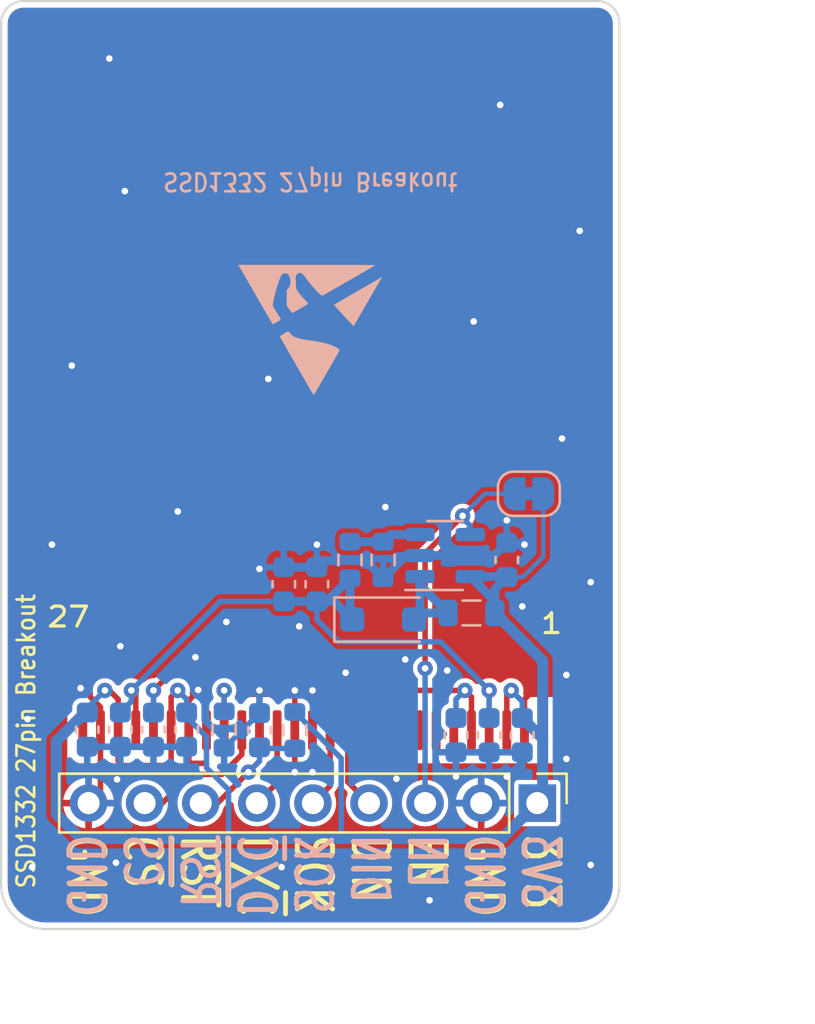
<source format=kicad_pcb>
(kicad_pcb (version 20221018) (generator pcbnew)
  (title_block (title "SSD1332 27pin Breakout") (date "2023-11-14") (rev "v1") (company "Raphael Lehmann"))
  (layers (0 "F.Cu" signal) (31 "B.Cu" signal) (34 "B.Paste" user) (35 "F.Paste" user) (36 "B.SilkS" user "B.Silkscreen") (37 "F.SilkS" user "F.Silkscreen") (38 "B.Mask" user) (39 "F.Mask" user) (44 "Edge.Cuts" user))
  (net 0 "")
  (net 1 "+3V3")
  (net 2 "GND")
  (net 3 "/Boost Regulator 11.5V/11.5V")
  (net 4 "/Boost Regulator 11.5V/SW")
  (net 5 "/Boost Regulator 11.5V/Enable")
  (net 6 "/~{CS}")
  (net 7 "/SDIN")
  (net 8 "/~{RESET}")
  (net 9 "/VCOMH")
  (net 10 "/SCLK")
  (net 11 "/DC")
  (net 12 "/IREF")
  (net 14 "/D7")
  (net 15 "/D6")
  (net 16 "/D5")
  (net 17 "/D4")
  (net 18 "/D3")
  (net 19 "/D2")
  (net 21 "/Boost Regulator 11.5V/FB")
  (footprint "Display_DirectSoldering:Display_27pin_P0.8_DirectSoldering" (layer "F.Cu") (at 60.1 65)
    (fp_text reference "J103" hide)
    (fp_text value "Conn_01x27")
    (pad "1" smd roundrect (at 10.4 0 180) (size 0.4 1.8) (layers "F.Cu" "F.Paste" "F.Mask"))
    (pad "2" smd roundrect (at 9.6 0 180) (size 0.4 1.8) (layers "F.Cu" "F.Paste" "F.Mask") (net 2 "GND"))
    (pad "3" smd roundrect (at 8.8 0 180) (size 0.4 1.8) (layers "F.Cu" "F.Paste" "F.Mask") (net 1 "+3V3"))
    (pad "4" smd roundrect (at 8 0 180) (size 0.4 1.8) (layers "F.Cu" "F.Paste" "F.Mask") (net 3 "/Boost Regulator 11.5V/11.5V"))
    (pad "5" smd roundrect (at 7.2 0 180) (size 0.4 1.8) (layers "F.Cu" "F.Paste" "F.Mask") (net 9 "/VCOMH"))
    (pad "6" smd roundrect (at 6.4 0 180) (size 0.4 1.8) (layers "F.Cu" "F.Paste" "F.Mask") (net 14 "/D7"))
    (pad "7" smd roundrect (at 5.6 0 180) (size 0.4 1.8) (layers "F.Cu" "F.Paste" "F.Mask") (net 15 "/D6"))
    (pad "8" smd roundrect (at 4.8 0 180) (size 0.4 1.8) (layers "F.Cu" "F.Paste" "F.Mask") (net 16 "/D5"))
    (pad "9" smd roundrect (at 4 0 180) (size 0.4 1.8) (layers "F.Cu" "F.Paste" "F.Mask") (net 17 "/D4"))
    (pad "10" smd roundrect (at 3.2 0 180) (size 0.4 1.8) (layers "F.Cu" "F.Paste" "F.Mask") (net 18 "/D3"))
    (pad "11" smd roundrect (at 2.4 0 180) (size 0.4 1.8) (layers "F.Cu" "F.Paste" "F.Mask") (net 19 "/D2"))
    (pad "12" smd roundrect (at 1.6 0 180) (size 0.4 1.8) (layers "F.Cu" "F.Paste" "F.Mask") (net 7 "/SDIN"))
    (pad "13" smd roundrect (at 0.8 0 180) (size 0.4 1.8) (layers "F.Cu" "F.Paste" "F.Mask") (net 10 "/SCLK"))
    (pad "14" smd roundrect (at 0 0 180) (size 0.4 1.8) (layers "F.Cu" "F.Paste" "F.Mask") (net 2 "GND"))
    (pad "15" smd roundrect (at -0.8 0 180) (size 0.4 1.8) (layers "F.Cu" "F.Paste" "F.Mask") (net 2 "GND"))
    (pad "16" smd roundrect (at -1.6 0 180) (size 0.4 1.8) (layers "F.Cu" "F.Paste" "F.Mask") (net 11 "/DC"))
    (pad "17" smd roundrect (at -2.4 0 180) (size 0.4 1.8) (layers "F.Cu" "F.Paste" "F.Mask") (net 8 "/~{RESET}"))
    (pad "18" smd roundrect (at -3.2 0 180) (size 0.4 1.8) (layers "F.Cu" "F.Paste" "F.Mask") (net 6 "/~{CS}"))
    (pad "19" smd roundrect (at -4 0 180) (size 0.4 1.8) (layers "F.Cu" "F.Paste" "F.Mask") (net 12 "/IREF"))
    (pad "20" smd roundrect (at -4.8 0 180) (size 0.4 1.8) (layers "F.Cu" "F.Paste" "F.Mask") (net 2 "GND"))
    (pad "21" smd roundrect (at -5.6 0 180) (size 0.4 1.8) (layers "F.Cu" "F.Paste" "F.Mask") (net 2 "GND"))
    (pad "22" smd roundrect (at -6.4 0 180) (size 0.4 1.8) (layers "F.Cu" "F.Paste" "F.Mask") (net 1 "+3V3"))
    (pad "23" smd roundrect (at -7.2 0 180) (size 0.4 1.8) (layers "F.Cu" "F.Paste" "F.Mask") (net 9 "/VCOMH"))
    (pad "24" smd roundrect (at -8 0 180) (size 0.4 1.8) (layers "F.Cu" "F.Paste" "F.Mask") (net 3 "/Boost Regulator 11.5V/11.5V"))
    (pad "25" smd roundrect (at -8.8 0 180) (size 0.4 1.8) (layers "F.Cu" "F.Paste" "F.Mask") (net 1 "+3V3"))
    (pad "26" smd roundrect (at -9.6 0 180) (size 0.4 1.8) (layers "F.Cu" "F.Paste" "F.Mask") (net 2 "GND"))
    (pad "27" smd roundrect (at -10.4 0 180) (size 0.4 1.8) (layers "F.Cu" "F.Paste" "F.Mask"))
  )
  (footprint "Connector_PinHeader_2.54mm:PinHeader_1x09_P2.54mm_Vertical" (layer "F.Cu") (at 70.28 68.3 -90)
    (fp_text reference "J102" hide)
    (fp_text value "PinHeader 1x09 P2.54mm")
    (fp_line (start -1.33 -1.33) (end 0 -1.33) (stroke (width 0.12)) (layer "F.SilkS"))
    (fp_line (start -1.33 0) (end -1.33 -1.33) (stroke (width 0.12)) (layer "F.SilkS"))
    (fp_line (start -1.33 1.27) (end -1.33 21.65) (stroke (width 0.12)) (layer "F.SilkS"))
    (fp_line (start -1.33 1.27) (end 1.33 1.27) (stroke (width 0.12)) (layer "F.SilkS"))
    (fp_line (start -1.33 21.65) (end 1.33 21.65) (stroke (width 0.12)) (layer "F.SilkS"))
    (fp_line (start 1.33 1.27) (end 1.33 21.65) (stroke (width 0.12)) (layer "F.SilkS"))
    (pad "1" thru_hole rect (at 0 0 270) (size 1.7 1.7) (drill 1) (layers "*.Cu" "*.Mask") (net 1 "+3V3"))
    (pad "2" thru_hole oval (at 0 2.54 270) (size 1.7 1.7) (drill 1) (layers "*.Cu" "*.Mask") (net 2 "GND"))
    (pad "3" thru_hole oval (at 0 5.08 270) (size 1.7 1.7) (drill 1) (layers "*.Cu" "*.Mask") (net 5 "/Boost Regulator 11.5V/Enable"))
    (pad "4" thru_hole oval (at 0 7.62 270) (size 1.7 1.7) (drill 1) (layers "*.Cu" "*.Mask") (net 7 "/SDIN"))
    (pad "5" thru_hole oval (at 0 10.16 270) (size 1.7 1.7) (drill 1) (layers "*.Cu" "*.Mask") (net 10 "/SCLK"))
    (pad "6" thru_hole oval (at 0 12.7 270) (size 1.7 1.7) (drill 1) (layers "*.Cu" "*.Mask") (net 11 "/DC"))
    (pad "7" thru_hole oval (at 0 15.24 270) (size 1.7 1.7) (drill 1) (layers "*.Cu" "*.Mask") (net 8 "/~{RESET}"))
    (pad "8" thru_hole oval (at 0 17.78 270) (size 1.7 1.7) (drill 1) (layers "*.Cu" "*.Mask") (net 6 "/~{CS}"))
    (pad "9" thru_hole oval (at 0 20.32 270) (size 1.7 1.7) (drill 1) (layers "*.Cu" "*.Mask") (net 2 "GND"))
  )
  (footprint "Capacitor_SMD:C_0603_1608Metric" (layer "B.Cu") (at 66.6 65.225 -90)
    (fp_text reference "C103" hide)
    (fp_text value "2.2u 10V")
    (fp_line (start -0.14058 -0.51) (end 0.14058 -0.51) (stroke (width 0.12)) (layer "B.SilkS"))
    (fp_line (start -0.14058 0.51) (end 0.14058 0.51) (stroke (width 0.12)) (layer "B.SilkS"))
    (pad "1" smd roundrect (at -0.775 0 270) (size 0.9 0.95) (layers "B.Cu" "B.Paste" "B.Mask") (net 9 "/VCOMH"))
    (pad "2" smd roundrect (at 0.775 0 270) (size 0.9 0.95) (layers "B.Cu" "B.Paste" "B.Mask") (net 2 "GND"))
  )
  (footprint "Diode_SMD:D_SOD-123F" (layer "B.Cu") (at 63.3 59.995)
    (fp_text reference "D201" hide)
    (fp_text value "PMEG3010EH,115")
    (fp_line (start -2.21 -1) (end 1.65 -1) (stroke (width 0.12)) (layer "B.SilkS"))
    (fp_line (start -2.21 1) (end -2.21 -1) (stroke (width 0.12)) (layer "B.SilkS"))
    (fp_line (start -2.21 1) (end 1.65 1) (stroke (width 0.12)) (layer "B.SilkS"))
    (pad "1" smd roundrect (at -1.4 0) (size 1.1 1.1) (layers "B.Cu" "B.Paste" "B.Mask") (roundrect_rratio 0.2272727273) (net 3 "/Boost Regulator 11.5V/11.5V"))
    (pad "2" smd roundrect (at 1.4 0) (size 1.1 1.1) (layers "B.Cu" "B.Paste" "B.Mask") (roundrect_rratio 0.2272727273) (net 4 "/Boost Regulator 11.5V/SW"))
  )
  (footprint "Capacitor_SMD:C_0603_1608Metric" (layer "B.Cu") (at 69.6 65.225 -90)
    (fp_text reference "C106" hide)
    (fp_text value "2.2u 10V")
    (fp_line (start -0.14058 -0.51) (end 0.14058 -0.51) (stroke (width 0.12)) (layer "B.SilkS"))
    (fp_line (start -0.14058 0.51) (end 0.14058 0.51) (stroke (width 0.12)) (layer "B.SilkS"))
    (pad "1" smd roundrect (at -0.775 0 270) (size 0.9 0.95) (layers "B.Cu" "B.Paste" "B.Mask") (net 1 "+3V3"))
    (pad "2" smd roundrect (at 0.775 0 270) (size 0.9 0.95) (layers "B.Cu" "B.Paste" "B.Mask") (net 2 "GND"))
  )
  (footprint "Resistor_SMD:R_0603_1608Metric" (layer "B.Cu") (at 61.8 57.295 90)
    (fp_text reference "R201" hide)
    (fp_text value "82k")
    (fp_line (start -0.237258 -0.5225) (end 0.237258 -0.5225) (stroke (width 0.12)) (layer "B.SilkS"))
    (fp_line (start -0.237258 0.5225) (end 0.237258 0.5225) (stroke (width 0.12)) (layer "B.SilkS"))
    (pad "1" smd roundrect (at -0.825 0 90) (size 0.8 0.95) (layers "B.Cu" "B.Paste" "B.Mask") (net 3 "/Boost Regulator 11.5V/11.5V"))
    (pad "2" smd roundrect (at 0.825 0 90) (size 0.8 0.95) (layers "B.Cu" "B.Paste" "B.Mask") (net 21 "/Boost Regulator 11.5V/FB"))
  )
  (footprint "Capacitor_SMD:C_0603_1608Metric" (layer "B.Cu") (at 68.1 65.225 -90)
    (fp_text reference "C104" hide)
    (fp_text value "2.2u 10V")
    (fp_line (start -0.14058 -0.51) (end 0.14058 -0.51) (stroke (width 0.12)) (layer "B.SilkS"))
    (fp_line (start -0.14058 0.51) (end 0.14058 0.51) (stroke (width 0.12)) (layer "B.SilkS"))
    (pad "1" smd roundrect (at -0.775 0 270) (size 0.9 0.95) (layers "B.Cu" "B.Paste" "B.Mask") (net 3 "/Boost Regulator 11.5V/11.5V"))
    (pad "2" smd roundrect (at 0.775 0 270) (size 0.9 0.95) (layers "B.Cu" "B.Paste" "B.Mask") (net 2 "GND"))
  )
  (footprint "Capacitor_SMD:C_0603_1608Metric" (layer "B.Cu") (at 58.8 58.395 90)
    (fp_text reference "C202" hide)
    (fp_text value "1u 25V")
    (fp_line (start -0.14058 -0.51) (end 0.14058 -0.51) (stroke (width 0.12)) (layer "B.SilkS"))
    (fp_line (start -0.14058 0.51) (end 0.14058 0.51) (stroke (width 0.12)) (layer "B.SilkS"))
    (pad "1" smd roundrect (at -0.775 0 90) (size 0.9 0.95) (layers "B.Cu" "B.Paste" "B.Mask") (net 3 "/Boost Regulator 11.5V/11.5V"))
    (pad "2" smd roundrect (at 0.775 0 90) (size 0.9 0.95) (layers "B.Cu" "B.Paste" "B.Mask") (net 2 "GND"))
  )
  (footprint "Capacitor_SMD:C_0603_1608Metric" (layer "B.Cu") (at 57.7 65 90)
    (fp_text reference "C101" hide)
    (fp_text value "100n")
    (fp_line (start -0.14058 -0.51) (end 0.14058 -0.51) (stroke (width 0.12)) (layer "B.SilkS"))
    (fp_line (start -0.14058 0.51) (end 0.14058 0.51) (stroke (width 0.12)) (layer "B.SilkS"))
    (pad "1" smd roundrect (at -0.775 0 90) (size 0.9 0.95) (layers "B.Cu" "B.Paste" "B.Mask") (net 8 "/~{RESET}"))
    (pad "2" smd roundrect (at 0.775 0 90) (size 0.9 0.95) (layers "B.Cu" "B.Paste" "B.Mask") (net 2 "GND"))
  )
  (footprint "Jumper:SolderJumper-2_P1.3mm_Bridged_RoundedPad1.0x1.5mm" (layer "B.Cu") (at 69.9 54.3 180)
    (fp_text reference "JP101" hide)
    (fp_text value "~")
    (fp_poly (pts (xy 0.25 0.3) (xy -0.25 0.3) (xy -0.25 -0.3) (xy 0.25 -0.3)) (fill solid) (layer "B.Cu"))
    (fp_line (start -1.4 -0.3) (end -1.4 0.3) (stroke (width 0.12)) (layer "B.SilkS"))
    (fp_line (start -0.7 1) (end 0.7 1) (stroke (width 0.12)) (layer "B.SilkS"))
    (fp_line (start 0.7 -1) (end -0.7 -1) (stroke (width 0.12)) (layer "B.SilkS"))
    (fp_line (start 1.4 0.3) (end 1.4 -0.3) (stroke (width 0.12)) (layer "B.SilkS"))
    (fp_arc (start -1.4 -0.3) (mid -1.194975 -0.794975) (end -0.7 -1) (stroke (width 0.12)) (layer "B.SilkS"))
    (fp_arc (start -0.7 1) (mid -1.194975 0.794975) (end -1.4 0.3) (stroke (width 0.12)) (layer "B.SilkS"))
    (fp_arc (start 0.7 -1) (mid 1.194975 -0.794975) (end 1.4 -0.3) (stroke (width 0.12)) (layer "B.SilkS"))
    (fp_arc (start 1.4 0.3) (mid 1.194975 0.794975) (end 0.7 1) (stroke (width 0.12)) (layer "B.SilkS"))
    (pad "1" smd custom (at -0.65 0 180) (size 1 0.5) (layers "B.Cu" "B.Mask") (net 1 "+3V3") (options (clearance outline) (anchor rect)) (primitives (gr_circle (center 0 -0.25) (end 0.5 -0.25) (width 0) (fill yes)) (gr_circle (center 0 0.25) (end 0.5 0.25) (width 0) (fill yes)) (gr_poly (pts (xy 0.5 -0.75) (xy 0 -0.75) (xy 0 0.75) (xy 0.5 0.75)) (width 0) (fill yes))))
    (pad "2" smd custom (at 0.65 0 180) (size 1 0.5) (layers "B.Cu" "B.Mask") (net 5 "/Boost Regulator 11.5V/Enable") (options (clearance outline) (anchor rect)) (primitives (gr_circle (center 0 -0.25) (end 0.5 -0.25) (width 0) (fill yes)) (gr_circle (center 0 0.25) (end 0.5 0.25) (width 0) (fill yes)) (gr_poly (pts (xy 0 -0.75) (xy -0.5 -0.75) (xy -0.5 0.75) (xy 0 0.75)) (width 0) (fill yes))))
  )
  (footprint "Resistor_SMD:R_0603_1608Metric" (layer "B.Cu") (at 63.3 57.295 -90)
    (fp_text reference "R202" hide)
    (fp_text value "10")
    (fp_line (start -0.237258 -0.5225) (end 0.237258 -0.5225) (stroke (width 0.12)) (layer "B.SilkS"))
    (fp_line (start -0.237258 0.5225) (end 0.237258 0.5225) (stroke (width 0.12)) (layer "B.SilkS"))
    (pad "1" smd roundrect (at -0.825 0 270) (size 0.8 0.95) (layers "B.Cu" "B.Paste" "B.Mask") (net 21 "/Boost Regulator 11.5V/FB"))
    (pad "2" smd roundrect (at 0.825 0 270) (size 0.8 0.95) (layers "B.Cu" "B.Paste" "B.Mask") (net 2 "GND"))
  )
  (footprint "Package_TO_SOT_SMD:SOT-23-5" (layer "B.Cu") (at 66.10625 57.095)
    (fp_text reference "U201" hide)
    (fp_text value "AP3012")
    (fp_line (start 0 -1.56) (end -0.8 -1.56) (stroke (width 0.12)) (layer "B.SilkS"))
    (fp_line (start 0 -1.56) (end 0.8 -1.56) (stroke (width 0.12)) (layer "B.SilkS"))
    (fp_line (start 0 1.56) (end -1.8 1.56) (stroke (width 0.12)) (layer "B.SilkS"))
    (fp_line (start 0 1.56) (end 0.8 1.56) (stroke (width 0.12)) (layer "B.SilkS"))
    (pad "1" smd roundrect (at -1.1375 0.95) (size 1.325 0.6) (layers "B.Cu" "B.Paste" "B.Mask") (net 4 "/Boost Regulator 11.5V/SW"))
    (pad "2" smd roundrect (at -1.1375 0) (size 1.325 0.6) (layers "B.Cu" "B.Paste" "B.Mask") (net 2 "GND"))
    (pad "3" smd roundrect (at -1.1375 -0.95) (size 1.325 0.6) (layers "B.Cu" "B.Paste" "B.Mask") (net 21 "/Boost Regulator 11.5V/FB"))
    (pad "4" smd roundrect (at 1.1375 -0.95) (size 1.325 0.6) (layers "B.Cu" "B.Paste" "B.Mask") (net 5 "/Boost Regulator 11.5V/Enable"))
    (pad "5" smd roundrect (at 1.1375 0.95) (size 1.325 0.6) (layers "B.Cu" "B.Paste" "B.Mask") (net 1 "+3V3"))
  )
  (footprint "Inductor_SMD:L_0805_2012Metric" (layer "B.Cu") (at 67.3 59.695 180)
    (fp_text reference "L201" hide)
    (fp_text value "MLZ2012N100LT000")
    (fp_line (start -0.399622 -0.56) (end 0.399622 -0.56) (stroke (width 0.12)) (layer "B.SilkS"))
    (fp_line (start -0.399622 0.56) (end 0.399622 0.56) (stroke (width 0.12)) (layer "B.SilkS"))
    (pad "1" smd roundrect (at -1.0625 0 180) (size 0.875 1.2) (layers "B.Cu" "B.Paste" "B.Mask") (net 1 "+3V3"))
    (pad "2" smd roundrect (at 1.0625 0 180) (size 0.875 1.2) (layers "B.Cu" "B.Paste" "B.Mask") (net 4 "/Boost Regulator 11.5V/SW"))
  )
  (footprint "Capacitor_SMD:C_0603_1608Metric" (layer "B.Cu") (at 60.3 58.395 90)
    (fp_text reference "C203" hide)
    (fp_text value "100n")
    (fp_line (start -0.14058 -0.51) (end 0.14058 -0.51) (stroke (width 0.12)) (layer "B.SilkS"))
    (fp_line (start -0.14058 0.51) (end 0.14058 0.51) (stroke (width 0.12)) (layer "B.SilkS"))
    (pad "1" smd roundrect (at -0.775 0 90) (size 0.9 0.95) (layers "B.Cu" "B.Paste" "B.Mask") (net 3 "/Boost Regulator 11.5V/11.5V"))
    (pad "2" smd roundrect (at 0.775 0 90) (size 0.9 0.95) (layers "B.Cu" "B.Paste" "B.Mask") (net 2 "GND"))
  )
  (footprint "Capacitor_SMD:C_0603_1608Metric" (layer "B.Cu") (at 68.9 57.295 90)
    (fp_text reference "C201" hide)
    (fp_text value "1u 25V")
    (fp_line (start -0.14058 -0.51) (end 0.14058 -0.51) (stroke (width 0.12)) (layer "B.SilkS"))
    (fp_line (start -0.14058 0.51) (end 0.14058 0.51) (stroke (width 0.12)) (layer "B.SilkS"))
    (pad "1" smd roundrect (at -0.775 0 90) (size 0.9 0.95) (layers "B.Cu" "B.Paste" "B.Mask") (net 1 "+3V3"))
    (pad "2" smd roundrect (at 0.775 0 90) (size 0.9 0.95) (layers "B.Cu" "B.Paste" "B.Mask") (net 2 "GND"))
  )
  (footprint "Symbol:ESD-Logo_6.6x6mm_SilkScreen" (layer "B.Cu") (at 60 46.9)
    (fp_text reference "SYM101" hide)
    (fp_text value "~" hide)
    (fp_poly (pts (xy 1.987528 -0.234619) (xy 1.998908 -0.253693) (xy 2.024488 -0.297421) (xy 2.063002 -0.363619) (xy 2.113186 -0.450102) (xy 2.173775 -0.554685) (xy 2.243503 -0.675183) (xy 2.321107 -0.809412) (xy 2.40532 -0.955187) (xy 2.494879 -1.110323) (xy 2.586998 -1.27) (xy 2.681076 -1.433117) (xy 2.771402 -1.589709) (xy 2.856665 -1.737506) (xy 2.935557 -1.87424) (xy 3.006769 -1.997642) (xy 3.068991 -2.105444) (xy 3.120913 -2.195377) (xy 3.161228 -2.265173) (xy 3.188624 -2.312564) (xy 3.201507 -2.334786) (xy 3.222507 -2.37233) (xy 3.233925 -2.395831) (xy 3.234551 -2.39992) (xy 3.220636 -2.392242) (xy 3.181941 -2.370203) (xy 3.120487 -2.334971) (xy 3.038298 -2.287711) (xy 2.937396 -2.229589) (xy 2.819805 -2.161771) (xy 2.687546 -2.085424) (xy 2.542642 -2.001714) (xy 2.387117 -1.911806) (xy 2.222992 -1.816867) (xy 2.160549 -1.780732) (xy 1.993487 -1.684083) (xy 1.834074 -1.591938) (xy 1.684355 -1.505475) (xy 1.546376 -1.425871) (xy 1.422185 -1.354305) (xy 1.313827 -1.291955) (xy 1.223348 -1.239998) (xy 1.152796 -1.199613) (xy 1.104215 -1.171978) (xy 1.079654 -1.158272) (xy 1.077085 -1.156974) (xy 1.084569 -1.14522) (xy 1.110614 -1.113795) (xy 1.152559 -1.065594) (xy 1.207746 -1.00351) (xy 1.273517 -0.930439) (xy 1.347212 -0.849276) (xy 1.426173 -0.762916) (xy 1.50774 -0.674253) (xy 1.589254 -0.586182) (xy 1.668057 -0.501599) (xy 1.74149 -0.423397) (xy 1.806893 -0.354472) (xy 1.861608 -0.297719) (xy 1.902977 -0.256032) (xy 1.917164 -0.242363) (xy 1.96418 -0.198201) (xy 1.987528 -0.234619)) (stroke (width 0.01)) (fill solid) (layer "B.SilkS"))
    (fp_poly (pts (xy 0.164043 2.914165) (xy 0.187065 2.876755) (xy 0.222534 2.817486) (xy 0.268996 2.738882) (xy 0.324996 2.643462) (xy 0.389081 2.53375) (xy 0.459796 2.412266) (xy 0.535687 2.281532) (xy 0.615299 2.14407) (xy 0.697178 2.002402) (xy 0.77987 1.859049) (xy 0.861921 1.716533) (xy 0.941876 1.577376) (xy 1.018281 1.444099) (xy 1.089682 1.319224) (xy 1.154624 1.205273) (xy 1.211653 1.104767) (xy 1.259315 1.020228) (xy 1.296155 0.954178) (xy 1.32072 0.909138) (xy 1.331554 0.88763) (xy 1.331951 0.886286) (xy 1.318501 0.868035) (xy 1.281114 0.840118) (xy 1.224235 0.805275) (xy 1.152312 0.766246) (xy 1.077015 0.729157) (xy 0.97456 0.684183) (xy 0.866817 0.643774) (xy 0.750073 0.607031) (xy 0.620618 0.573058) (xy 0.47474 0.540956) (xy 0.308726 0.509827) (xy 0.118866 0.478773) (xy -0.077531 0.449855) (xy -0.248166 0.4242) (xy -0.391455 0.398802) (xy -0.510992 0.372398) (xy -0.61037 0.343727) (xy -0.693182 0.311527) (xy -0.763022 0.274535) (xy -0.823482 0.231488) (xy -0.878155 0.181125) (xy -0.895786 0.162417) (xy -0.934 0.118861) (xy -0.962268 0.083318) (xy -0.975382 0.062417) (xy -0.975732 0.060703) (xy -0.98032 0.050194) (xy -0.996242 0.050076) (xy -1.026734 0.061746) (xy -1.075032 0.086604) (xy -1.144373 0.126048) (xy -1.192561 0.154413) (xy -1.264417 0.198753) (xy -1.320258 0.236721) (xy -1.356333 0.265584) (xy -1.368887 0.282612) (xy -1.368879 0.282736) (xy -1.361094 0.298963) (xy -1.339108 0.3396) (xy -1.304197 0.402433) (xy -1.257637 0.485248) (xy -1.200705 0.585828) (xy -1.134677 0.70196) (xy -1.060828 0.831429) (xy -0.980436 0.97202) (xy -0.894776 1.121518) (xy -0.805124 1.277708) (xy -0.712757 1.438376) (xy -0.618951 1.601307) (xy -0.524982 1.764287) (xy -0.432126 1.9251) (xy -0.34166 2.081532) (xy -0.254859 2.231367) (xy -0.173 2.372392) (xy -0.097359 2.502391) (xy -0.029213 2.619151) (xy 0.030163 2.720455) (xy 0.079493 2.804089) (xy 0.1175 2.867838) (xy 0.142907 2.909489) (xy 0.15444 2.926825) (xy 0.154923 2.927195) (xy 0.164043 2.914165)) (stroke (width 0.01)) (fill solid) (layer "B.SilkS"))
    (fp_poly (pts (xy -1.677906 -0.291158) (xy -1.645381 -0.303736) (xy -1.595807 -0.328712) (xy -1.524626 -0.367876) (xy -1.519084 -0.370988) (xy -1.453526 -0.408476) (xy -1.398202 -0.441319) (xy -1.358545 -0.466205) (xy -1.339988 -0.47982) (xy -1.339469 -0.480487) (xy -1.343952 -0.49939) (xy -1.364514 -0.541605) (xy -1.399817 -0.604832) (xy -1.44852 -0.686772) (xy -1.509282 -0.785122) (xy -1.580764 -0.897585) (xy -1.598555 -0.925165) (xy -1.644907 -1.001699) (xy -1.678658 -1.067556) (xy -1.696847 -1.116782) (xy -1.698714 -1.126507) (xy -1.697885 -1.169312) (xy -1.688606 -1.237209) (xy -1.672032 -1.325843) (xy -1.64932 -1.430859) (xy -1.621627 -1.547902) (xy -1.59011 -1.672616) (xy -1.555925 -1.800645) (xy -1.520229 -1.927634) (xy -1.484179 -2.049228) (xy -1.448932 -2.161072) (xy -1.415644 -2.25881) (xy -1.385472 -2.338087) (xy -1.364439 -2.385122) (xy -1.339663 -2.435225) (xy -1.31627 -2.483168) (xy -1.315003 -2.485793) (xy -1.276301 -2.53422) (xy -1.219816 -2.566828) (xy -1.154061 -2.582454) (xy -1.087549 -2.579937) (xy -1.028795 -2.558114) (xy -0.995742 -2.529382) (xy -0.948141 -2.450583) (xy -0.913261 -2.352378) (xy -0.894123 -2.244779) (xy -0.891412 -2.18378) (xy -0.90233 -2.069935) (xy -0.934376 -1.97566) (xy -0.989274 -1.896379) (xy -1.006393 -1.878733) (xy -1.057339 -1.829235) (xy -1.060837 -1.479362) (xy -1.064336 -1.129489) (xy -0.975182 -0.994531) (xy -0.933346 -0.933445) (xy -0.893055 -0.878493) (xy -0.860057 -0.837336) (xy -0.845874 -0.822192) (xy -0.805719 -0.78481) (xy -0.751335 -0.814098) (xy -0.716961 -0.835084) (xy -0.698154 -0.851378) (xy -0.696951 -0.854307) (xy -0.684097 -0.866728) (xy -0.662104 -0.875977) (xy -0.64085 -0.884313) (xy -0.608306 -0.900149) (xy -0.561678 -0.925033) (xy -0.498171 -0.960509) (xy -0.414992 -1.008123) (xy -0.309347 -1.069422) (xy -0.251938 -1.102932) (xy -0.184406 -1.143071) (xy -0.140115 -1.171659) (xy -0.115145 -1.192039) (xy -0.105577 -1.207553) (xy -0.107492 -1.221546) (xy -0.109089 -1.224796) (xy -0.124624 -1.245266) (xy -0.157864 -1.283665) (xy -0.204938 -1.335696) (xy -0.261972 -1.397066) (xy -0.3113 -1.44909) (xy -0.42497 -1.572567) (xy -0.513895 -1.679591) (xy -0.578866 -1.77124) (xy -0.620679 -1.848588) (xy -0.634783 -1.887866) (xy -0.640608 -1.922249) (xy -0.646625 -1.980899) (xy -0.652304 -2.057117) (xy -0.657116 -2.144202) (xy -0.659381 -2.199268) (xy -0.662541 -2.294464) (xy -0.663931 -2.364062) (xy -0.663142 -2.413409) (xy -0.659765 -2.447854) (xy -0.653392 -2.472743) (xy -0.643613 -2.493425) (xy -0.635933 -2.506053) (xy -0.591579 -2.554726) (xy -0.534426 -2.588645) (xy -0.474292 -2.603438) (xy -0.429227 -2.598086) (xy -0.388424 -2.57493) (xy -0.337276 -2.533462) (xy -0.282958 -2.480912) (xy -0.232643 -2.424516) (xy -0.193506 -2.371505) (xy -0.179095 -2.345889) (xy -0.157509 -2.310814) (xy -0.118247 -2.257389) (xy -0.064898 -2.189789) (xy -0.001048 -2.11219) (xy 0.069715 -2.028768) (xy 0.143804 -1.943698) (xy 0.217632 -1.861155) (xy 0.287611 -1.785316) (xy 0.350155 -1.720356) (xy 0.39926 -1.672669) (xy 0.453779 -1.625032) (xy 0.499642 -1.589908) (xy 0.531811 -1.570949) (xy 0.542489 -1.568864) (xy 0.558853 -1.577274) (xy 0.599671 -1.599846) (xy 0.662586 -1.635224) (xy 0.745244 -1.682054) (xy 0.845289 -1.738981) (xy 0.960366 -1.804649) (xy 1.088119 -1.877703) (xy 1.226194 -1.956788) (xy 1.372234 -2.040548) (xy 1.523884 -2.127629) (xy 1.67879 -2.216676) (xy 1.834595 -2.306332) (xy 1.988944 -2.395243) (xy 2.139482 -2.482054) (xy 2.283854 -2.565409) (xy 2.419704 -2.643954) (xy 2.544677 -2.716333) (xy 2.656417 -2.78119) (xy 2.75257 -2.837171) (xy 2.830779 -2.88292) (xy 2.888689 -2.917083) (xy 2.923946 -2.938304) (xy 2.934165 -2.944963) (xy 2.920402 -2.94628) (xy 2.877104 -2.947559) (xy 2.805714 -2.948796) (xy 2.707673 -2.949983) (xy 2.584422 -2.951115) (xy 2.437403 -2.952186) (xy 2.268057 -2.953189) (xy 2.077826 -2.954119) (xy 1.868151 -2.954968) (xy 1.640473 -2.955732) (xy 1.396235 -2.956403) (xy 1.136877 -2.956976) (xy 0.863841 -2.957444) (xy 0.578568 -2.957802) (xy 0.2825 -2.958042) (xy -0.022921 -2.958159) (xy -0.151076 -2.958171) (xy -3.25103 -2.958171) (xy -3.029947 -2.574847) (xy -2.983144 -2.49368) (xy -2.922898 -2.389166) (xy -2.851222 -2.264801) (xy -2.770131 -2.124082) (xy -2.681638 -1.970503) (xy -2.58776 -1.807562) (xy -2.490509 -1.638754) (xy -2.3919 -1.467575) (xy -2.293947 -1.297521) (xy -2.269175 -1.254512) (xy -2.178848 -1.097857) (xy -2.092711 -0.948803) (xy -2.012058 -0.809568) (xy -1.938184 -0.682371) (xy -1.872383 -0.569432) (xy -1.81595 -0.472968) (xy -1.770179 -0.3952) (xy -1.736365 -0.338346) (xy -1.715802 -0.304625) (xy -1.710047 -0.29604) (xy -1.697942 -0.289189) (xy -1.677906 -0.291158)) (stroke (width 0.01)) (fill solid) (layer "B.SilkS"))
  )
  (footprint "Capacitor_SMD:C_0603_1608Metric" (layer "B.Cu") (at 52.9 64.975 -90)
    (fp_text reference "C107" hide)
    (fp_text value "2.2u 10V")
    (fp_line (start -0.14058 -0.51) (end 0.14058 -0.51) (stroke (width 0.12)) (layer "B.SilkS"))
    (fp_line (start -0.14058 0.51) (end 0.14058 0.51) (stroke (width 0.12)) (layer "B.SilkS"))
    (pad "1" smd roundrect (at -0.775 0 270) (size 0.9 0.95) (layers "B.Cu" "B.Paste" "B.Mask") (net 9 "/VCOMH"))
    (pad "2" smd roundrect (at 0.775 0 270) (size 0.9 0.95) (layers "B.Cu" "B.Paste" "B.Mask") (net 2 "GND"))
  )
  (footprint "Capacitor_SMD:C_0603_1608Metric" (layer "B.Cu") (at 54.4 64.975 -90)
    (fp_text reference "C108" hide)
    (fp_text value "2.2u 10V")
    (fp_line (start -0.14058 -0.51) (end 0.14058 -0.51) (stroke (width 0.12)) (layer "B.SilkS"))
    (fp_line (start -0.14058 0.51) (end 0.14058 0.51) (stroke (width 0.12)) (layer "B.SilkS"))
    (pad "1" smd roundrect (at -0.775 0 270) (size 0.9 0.95) (layers "B.Cu" "B.Paste" "B.Mask") (net 1 "+3V3"))
    (pad "2" smd roundrect (at 0.775 0 270) (size 0.9 0.95) (layers "B.Cu" "B.Paste" "B.Mask") (net 2 "GND"))
  )
  (footprint "Capacitor_SMD:C_0603_1608Metric" (layer "B.Cu") (at 51.4 64.975 -90)
    (fp_text reference "C102" hide)
    (fp_text value "2.2u 10V")
    (fp_line (start -0.14058 -0.51) (end 0.14058 -0.51) (stroke (width 0.12)) (layer "B.SilkS"))
    (fp_line (start -0.14058 0.51) (end 0.14058 0.51) (stroke (width 0.12)) (layer "B.SilkS"))
    (pad "1" smd roundrect (at -0.775 0 270) (size 0.9 0.95) (layers "B.Cu" "B.Paste" "B.Mask") (net 3 "/Boost Regulator 11.5V/11.5V"))
    (pad "2" smd roundrect (at 0.775 0 270) (size 0.9 0.95) (layers "B.Cu" "B.Paste" "B.Mask") (net 2 "GND"))
  )
  (footprint "Resistor_SMD:R_0603_1608Metric" (layer "B.Cu") (at 59.3 65 -90)
    (fp_text reference "R102" hide)
    (fp_text value "10k")
    (fp_line (start -0.237258 -0.5225) (end 0.237258 -0.5225) (stroke (width 0.12)) (layer "B.SilkS"))
    (fp_line (start -0.237258 0.5225) (end 0.237258 0.5225) (stroke (width 0.12)) (layer "B.SilkS"))
    (pad "1" smd roundrect (at -0.825 0 270) (size 0.8 0.95) (layers "B.Cu" "B.Paste" "B.Mask") (net 1 "+3V3"))
    (pad "2" smd roundrect (at 0.825 0 270) (size 0.8 0.95) (layers "B.Cu" "B.Paste" "B.Mask") (net 8 "/~{RESET}"))
  )
  (footprint "Resistor_SMD:R_0603_1608Metric" (layer "B.Cu") (at 56.1 64.975 -90)
    (fp_text reference "R101" hide)
    (fp_text value "910k")
    (fp_line (start -0.237258 -0.5225) (end 0.237258 -0.5225) (stroke (width 0.12)) (layer "B.SilkS"))
    (fp_line (start -0.237258 0.5225) (end 0.237258 0.5225) (stroke (width 0.12)) (layer "B.SilkS"))
    (pad "1" smd roundrect (at -0.825 0 270) (size 0.8 0.95) (layers "B.Cu" "B.Paste" "B.Mask") (net 12 "/IREF"))
    (pad "2" smd roundrect (at 0.825 0 270) (size 0.8 0.95) (layers "B.Cu" "B.Paste" "B.Mask") (net 2 "GND"))
  )
  (footprint "Capacitor_SMD:C_0603_1608Metric" (layer "B.Cu") (at 49.9 64.975 -90)
    (fp_text reference "C105" hide)
    (fp_text value "2.2u 10V")
    (fp_line (start -0.14058 -0.51) (end 0.14058 -0.51) (stroke (width 0.12)) (layer "B.SilkS"))
    (fp_line (start -0.14058 0.51) (end 0.14058 0.51) (stroke (width 0.12)) (layer "B.SilkS"))
    (pad "1" smd roundrect (at -0.775 0 270) (size 0.9 0.95) (layers "B.Cu" "B.Paste" "B.Mask") (net 1 "+3V3"))
    (pad "2" smd roundrect (at 0.775 0 270) (size 0.9 0.95) (layers "B.Cu" "B.Paste" "B.Mask") (net 2 "GND"))
  )
  (gr_line (start 73 32) (end 47 32) (stroke (width 0.1)) (layer "Edge.Cuts"))
  (gr_arc (start 74 72) (mid 73.414214 73.414214) (end 72 74) (stroke (width 0.1)) (layer "Edge.Cuts"))
  (gr_line (start 46 33) (end 46 72) (stroke (width 0.1)) (layer "Edge.Cuts"))
  (gr_line (start 48 74) (end 72 74) (stroke (width 0.1)) (layer "Edge.Cuts"))
  (gr_line (start 74 72) (end 74 33) (stroke (width 0.1)) (layer "Edge.Cuts"))
  (gr_arc (start 73 32) (mid 73.707107 32.292893) (end 74 33) (stroke (width 0.1)) (layer "Edge.Cuts"))
  (gr_arc (start 46 33) (mid 46.292893 32.292893) (end 47 32) (stroke (width 0.1)) (layer "Edge.Cuts"))
  (gr_arc (start 48 74) (mid 46.585786 73.414214) (end 46 72) (stroke (width 0.1)) (layer "Edge.Cuts"))
  (gr_text "3V3\nGND\nEN\nDIN\nSCK\nD/~{C}\n~{RST}\n~{CS}\nGND" (at 60.1 69.6 270) (layer "B.SilkS") (effects (font (size 1.6 1.2) (thickness 0.22) bold) (justify right mirror)))
  (gr_text "SSD1332 27pin Breakout" (at 60 39.7 180) (layer "B.SilkS") (effects (font (size 0.8 0.7) (thickness 0.125)) (justify bottom mirror)))
  (gr_text "3V3\nGND\nEN\nDIN\nSCK\nD/~{C}\n~{RST}\n~{CS}\nGND" (at 48.9 69.63 270) (layer "F.SilkS") (effects (font (size 1.6 1.2) (thickness 0.22) bold) (justify left bottom)))
  (gr_text "SSD1332 27pin Breakout" (at 47.6 65.5 90) (layer "F.SilkS") (effects (font (size 0.8 0.7) (thickness 0.125)) (justify bottom)))
  (gr_text "1" (at 71.5 60.7) (layer "F.SilkS") (effects (font (size 0.9 1) (thickness 0.15) bold) (justify right bottom)))
  (gr_text "27" (at 50.1 60.4) (layer "F.SilkS") (effects (font (size 0.9 1) (thickness 0.15) bold) (justify right bottom)))
  (segment (start 69.1 63.2) (end 68.9 63.4) (width 0.25) (layer "F.Cu") (net 1))
  (segment (start 50.9 63.2) (end 50.7 63.2) (width 0.25) (layer "F.Cu") (net 1))
  (segment (start 51.3 65) (end 51.3 63.6) (width 0.25) (layer "F.Cu") (net 1))
  (segment (start 51.5 66.6) (end 51.3 66.4) (width 0.25) (layer "F.Cu") (net 1))
  (segment (start 54 63.2) (end 53.7 63.5) (width 0.25) (layer "F.Cu") (net 1))
  (segment (start 53.7 66.4) (end 53.5 66.6) (width 0.25) (layer "F.Cu") (net 1))
  (segment (start 51.3 63.6) (end 50.9 63.2) (width 0.25) (layer "F.Cu") (net 1))
  (segment (start 53.7 65) (end 53.7 66.4) (width 0.25) (layer "F.Cu") (net 1))
  (segment (start 53.7 63.5) (end 53.7 65) (width 0.25) (layer "F.Cu") (net 1))
  (segment (start 68.9 63.4) (end 68.9 65) (width 0.25) (layer "F.Cu") (net 1))
  (segment (start 53.5 66.6) (end 51.5 66.6) (width 0.25) (layer "F.Cu") (net 1))
  (segment (start 51.3 66.4) (end 51.3 65) (width 0.25) (layer "F.Cu") (net 1))
  (via (at 50.7 63.2) (size 0.7) (drill 0.3) (layers "F.Cu" "B.Cu") (net 1))
  (via (at 69.1 63.2) (size 0.7) (drill 0.3) (layers "F.Cu" "B.Cu") (net 1))
  (via (at 54 63.2) (size 0.7) (drill 0.3) (layers "F.Cu" "B.Cu") (net 1))
  (segment (start 54 63.2) (end 54.4 63.6) (width 0.25) (layer "B.Cu") (net 1))
  (segment (start 68.875 58.045) (end 68.9 58.07) (width 0.4) (layer "B.Cu") (net 1))
  (segment (start 61.4 69.9) (end 56.2 69.9) (width 0.5) (layer "B.Cu") (net 1))
  (segment (start 70.525 65.375) (end 69.6 64.45) (width 0.5) (layer "B.Cu") (net 1))
  (segment (start 54.4 63.6) (end 54.4 64.2) (width 0.25) (layer "B.Cu") (net 1))
  (segment (start 56.3 67.7) (end 56.3 69.8) (width 0.25) (layer "B.Cu") (net 1))
  (segment (start 68.3625 59.695) (end 68.3625 59.16375) (width 0.4) (layer "B.Cu") (net 1))
  (segment (start 54.4 64.4) (end 55.3 65.3) (width 0.25) (layer "B.Cu") (net 1))
  (segment (start 68.3625 58.6075) (end 68.9 58.07) (width 0.4) (layer "B.Cu") (net 1))
  (segment (start 70.525 65.375) (end 70.525 61.8575) (width 0.5) (layer "B.Cu") (net 1))
  (segment (start 49.8 64.2) (end 49.9 64.2) (width 0.5) (layer "B.Cu") (net 1))
  (segment (start 50.7 63.2) (end 49.9 64) (width 0.25) (layer "B.Cu") (net 1))
  (segment (start 56.2 69.9) (end 49.6 69.9) (width 0.5) (layer "B.Cu") (net 1))
  (segment (start 48.5 68.8) (end 48.5 65.5) (width 0.5) (layer "B.Cu") (net 1))
  (segment (start 61.4 66.275) (end 61.4 69.9) (width 0.25) (layer "B.Cu") (net 1))
  (segment (start 48.5 65.5) (end 49.8 64.2) (width 0.5) (layer "B.Cu") (net 1))
  (segment (start 49.9 64) (end 49.9 64.2) (width 0.25) (layer "B.Cu") (net 1))
  (segment (start 55.3 66.7) (end 56.3 67.7) (width 0.25) (layer "B.Cu") (net 1))
  (segment (start 68.3625 59.695) (end 68.3625 58.6075) (width 0.4) (layer "B.Cu") (net 1))
  (segment (start 69.6 63.7) (end 69.6 64.45) (width 0.25) (layer "B.Cu") (net 1))
  (segment (start 69.63 58.07) (end 68.9 58.07) (width 0.2) (layer "B.Cu") (net 1))
  (segment (start 56.3 69.8) (end 56.2 69.9) (width 0.25) (layer "B.Cu") (net 1))
  (segment (start 54.4 64.2) (end 54.4 64.4) (width 0.25) (layer "B.Cu") (net 1))
  (segment (start 59.3 64.175) (end 61.4 66.275) (width 0.25) (layer "B.Cu") (net 1))
  (segment (start 70.55 54.3) (end 70.55 57.15) (width 0.2) (layer "B.Cu") (net 1))
  (segment (start 68.3625 59.16375) (end 67.24375 58.045) (width 0.4) (layer "B.Cu") (net 1))
  (segment (start 55.3 65.3) (end 55.3 66.7) (width 0.25) (layer "B.Cu") (net 1))
  (segment (start 70.28 68.3) (end 70.525 68.055) (width 0.5) (layer "B.Cu") (net 1))
  (segment (start 69.1 63.2) (end 69.6 63.7) (width 0.25) (layer "B.Cu") (net 1))
  (segment (start 70.525 68.055) (end 70.525 65.375) (width 0.5) (layer "B.Cu") (net 1))
  (segment (start 49.6 69.9) (end 48.5 68.8) (width 0.5) (layer "B.Cu") (net 1))
  (segment (start 70.28 68.3) (end 68.68 69.9) (width 0.5) (layer "B.Cu") (net 1))
  (segment (start 67.24375 58.045) (end 68.875 58.045) (width 0.4) (layer "B.Cu") (net 1))
  (segment (start 70.55 57.15) (end 69.63 58.07) (width 0.2) (layer "B.Cu") (net 1))
  (segment (start 68.68 69.9) (end 61.4 69.9) (width 0.5) (layer "B.Cu") (net 1))
  (segment (start 70.525 61.8575) (end 68.3625 59.695) (width 0.5) (layer "B.Cu") (net 1))
  (segment (start 54.926696 63.178643) (end 54.926696 63.227899) (width 0.25) (layer "F.Cu") (net 2))
  (segment (start 54.926696 63.227899) (end 54.5 63.654595) (width 0.25) (layer "F.Cu") (net 2))
  (segment (start 50.5 65) (end 50.5 63.954595) (width 0.25) (layer "F.Cu") (net 2))
  (segment (start 69.7 65) (end 69.7 63.6) (width 0.25) (layer "F.Cu") (net 2))
  (segment (start 60.1 65) (end 60.1 63.2) (width 0.25) (layer "F.Cu") (net 2))
  (segment (start 50.5 67.76) (end 50.5 66.5) (width 0.25) (layer "F.Cu") (net 2))
  (segment (start 54.463604 66.5) (end 53.863604 67.1) (width 0.25) (layer "F.Cu") (net 2))
  (segment (start 55.3 63.551947) (end 55.3 65) (width 0.25) (layer "F.Cu") (net 2))
  (segment (start 69.7 65) (end 69.7 66.8) (width 0.25) (layer "F.Cu") (net 2))
  (segment (start 60.1 65) (end 60.1 66.9) (width 0.25) (layer "F.Cu") (net 2))
  (segment (start 59.3 65) (end 59.3 66.9) (width 0.25) (layer "F.Cu") (net 2))
  (segment (start 50.025 63.4) (end 49.725 63.1) (width 0.25) (layer "F.Cu") (net 2))
  (segment (start 54.5 66.5) (end 54.463604 66.5) (width 0.25) (layer "F.Cu") (net 2))
  (segment (start 54.926696 63.178643) (end 55.3 63.551947) (width 0.25) (layer "F.Cu") (net 2))
  (segment (start 50.025 63.479595) (end 50.025 63.4) (width 0.25) (layer "F.Cu") (net 2))
  (segment (start 69.7 63.6) (end 70.8 62.5) (width 0.25) (layer "F.Cu") (net 2))
  (segment (start 54.5 63.654595) (end 54.5 65) (width 0.25) (layer "F.Cu") (net 2))
  (segment (start 49.96 68.3) (end 50.5 67.76) (width 0.25) (layer "F.Cu") (net 2))
  (segment (start 59.3 65) (end 59.3 63.2) (width 0.25) (layer "F.Cu") (net 2))
  (segment (start 54.5 65) (end 54.5 66.5) (width 0.25) (layer "F.Cu") (net 2))
  (segment (start 69.7 66.8) (end 69.4 67.1) (width 0.25) (layer "F.Cu") (net 2))
  (segment (start 50.5 66.5) (end 50.5 65) (width 0.25) (layer "F.Cu") (net 2))
  (segment (start 49.725 63.1) (end 49.6 63.1) (width 0.25) (layer "F.Cu") (net 2))
  (segment (start 53.863604 67.1) (end 50.5 67.1) (width 0.25) (layer "F.Cu") (net 2))
  (segment (start 55.3 66.5) (end 54.5 66.5) (width 0.25) (layer "F.Cu") (net 2))
  (segment (start 69.4 67.1) (end 68.9 67.1) (width 0.25) (layer "F.Cu") (net 2))
  (segment (start 70.8 62.5) (end 71.6 62.5) (width 0.25) (layer "F.Cu") (net 2))
  (segment (start 55.3 65) (end 55.3 66.5) (width 0.25) (layer "F.Cu") (net 2))
  (segment (start 50.5 63.954595) (end 50.025 63.479595) (width 0.25) (layer "F.Cu") (net 2))
  (via (at 51.2 71) (size 0.7) (drill 0.3) (layers "F.Cu" "B.Cu") (net 2))
  (via (at 54.926696 63.178643) (size 0.7) (drill 0.3) (layers "F.Cu" "B.Cu") (net 2))
  (via (at 68.6 36.7) (size 0.7) (drill 0.3) (layers "F.Cu" "B.Cu") (net 2))
  (via (at 69.7 56.6) (size 0.7) (drill 0.3) (layers "F.Cu" "B.Cu") (net 2))
  (via (at 65.4 72.7) (size 0.7) (drill 0.3) (layers "F.Cu" "B.Cu") (net 2))
  (via (at 49.2 48.5) (size 0.7) (drill 0.3) (layers "F.Cu" "B.Cu") (net 2))
  (via (at 50.9 34.6) (size 0.7) (drill 0.3) (layers "F.Cu" "B.Cu") (net 2))
  (via (at 59.3 63.2) (size 0.7) (drill 0.3) (layers "F.Cu" "B.Cu") (net 2))
  (via (at 49.6 63.1) (size 0.7) (drill 0.3) (layers "F.Cu" "B.Cu") (net 2))
  (via (at 54.8 61.7) (size 0.7) (drill 0.3) (layers "F.Cu" "B.Cu") (net 2))
  (via (at 60.1 66.9) (size 0.7) (drill 0.3) (layers "F.Cu" "B.Cu") (net 2))
  (via (at 47.4 71.2) (size 0.7) (drill 0.3) (layers "F.Cu" "B.Cu") (net 2))
  (via (at 59.3 66.9) (size 0.7) (drill 0.3) (layers "F.Cu" "B.Cu") (net 2))
  (via (at 60.3 56.6) (size 0.7) (drill 0.3) (layers "F.Cu" "B.Cu") (net 2))
  (via (at 59.5 60.3) (size 0.7) (drill 0.3) (layers "F.Cu" "B.Cu") (net 2))
  (via (at 71.4 51.8) (size 0.7) (drill 0.3) (layers "F.Cu" "B.Cu") (net 2))
  (via (at 57.7 63.2) (size 0.7) (drill 0.3) (layers "F.Cu" "B.Cu") (net 2))
  (via (at 64.3 61.8) (size 0.7) (drill 0.3) (layers "F.Cu" "B.Cu") (net 2))
  (via (at 60.1 63.2) (size 0.7) (drill 0.3) (layers "F.Cu" "B.Cu") (net 2))
  (via (at 54 55.1) (size 0.7) (drill 0.3) (layers "F.Cu" "B.Cu") (net 2))
  (via (at 47.2 64.5) (size 0.7) (drill 0.3) (layers "F.Cu" "B.Cu") (net 2))
  (via (at 66.2 62.3) (size 0.7) (drill 0.3) (layers "F.Cu" "B.Cu") (net 2))
  (via (at 63.9 67.2) (size 0.7) (drill 0.3) (layers "F.Cu" "B.Cu") (net 2))
  (via (at 51.4 61.2) (size 0.7) (drill 0.3) (layers "F.Cu" "B.Cu") (net 2))
  (via (at 48.3 56.6) (size 0.7) (drill 0.3) (layers "F.Cu" "B.Cu") (net 2))
  (via (at 66.6 67.1) (size 0.7) (drill 0.3) (layers "F.Cu" "B.Cu") (net 2))
  (via (at 58.7 71.2) (size 0.7) (drill 0.3) (layers "F.Cu" "B.Cu") (net 2))
  (via (at 71.6 66.3) (size 0.7) (drill 0.3) (layers "F.Cu" "B.Cu") (net 2))
  (via (at 68.9 55.5) (size 0.6) (drill 0.3) (layers "F.Cu" "B.Cu") (net 2))
  (via (at 69.6 59.4) (size 0.7) (drill 0.3) (layers "F.Cu" "B.Cu") (net 2))
  (via (at 57.7 57.7) (size 0.7) (drill 0.3) (layers "F.Cu" "B.Cu") (net 2))
  (via (at 63.4 54.9) (size 0.7) (drill 0.3) (layers "F.Cu" "B.Cu") (net 2))
  (via (at 56.2 60.1) (size 0.7) (drill 0.3) (layers "F.Cu" "B.Cu") (net 2))
  (via (at 68.9 67.1) (size 0.7) (drill 0.3) (layers "F.Cu" "B.Cu") (net 2))
  (via (at 67.4 46.5) (size 0.7) (drill 0.3) (layers "F.Cu" "B.Cu") (net 2))
  (via (at 58.1 49.1) (size 0.7) (drill 0.3) (layers "F.Cu" "B.Cu") (net 2))
  (via (at 72.7 71.1) (size 0.7) (drill 0.3) (layers "F.Cu" "B.Cu") (net 2))
  (via (at 61.6 62.4) (size 0.7) (drill 0.3) (layers "F.Cu" "B.Cu") (net 2))
  (via (at 51.249497 67.226258) (size 0.7) (drill 0.3) (layers "F.Cu" "B.Cu") (net 2))
  (via (at 72.7 58.3) (size 0.7) (drill 0.3) (layers "F.Cu" "B.Cu") (net 2))
  (via (at 71.6 62.5) (size 0.7) (drill 0.3) (layers "F.Cu" "B.Cu") (net 2))
  (via (at 51.6 40.6) (size 0.7) (drill 0.3) (layers "F.Cu" "B.Cu") (net 2))
  (via (at 72.2 42.4) (size 0.7) (drill 0.3) (layers "F.Cu" "B.Cu") (net 2))
  (segment (start 68.9 56.52) (end 68.325 57.095) (width 0.4) (layer "B.Cu") (net 2))
  (segment (start 55.2 63.451947) (end 55.2 64.5) (width 0.25) (layer "B.Cu") (net 2))
  (segment (start 69.62 56.52) (end 69.7 56.6) (width 0.25) (layer "B.Cu") (net 2))
  (segment (start 68.325 57.095) (end 64.96875 57.095) (width 0.4) (layer "B.Cu") (net 2))
  (segment (start 58.8 57.62) (end 60.3 57.62) (width 0.4) (layer "B.Cu") (net 2))
  (segment (start 62.5 57.32) (end 63.3 58.12) (width 0.4) (layer "B.Cu") (net 2))
  (segment (start 57.7 64.225) (end 57.7 63.2) (width 0.25) (layer "B.Cu") (net 2))
  (segment (start 60.6 57.32) (end 62.5 57.32) (width 0.4) (layer "B.Cu") (net 2))
  (segment (start 51.4 65.75) (end 51.4 67.075755) (width 0.25) (layer "B.Cu") (net 2))
  (segment (start 56.1 65.8) (end 56.125 65.8) (width 0.25) (layer "B.Cu") (net 2))
  (segment (start 55.2 64.5) (end 56.1 65.4) (width 0.25) (layer "B.Cu") (net 2))
  (segment (start 68.9 56.52) (end 68.9 55.5) (width 0.2) (layer "B.Cu") (net 2))
  (segment (start 69.6 66) (end 69.6 66.4) (width 0.25) (layer "B.Cu") (net 2))
  (segment (start 66.6 66) (end 66.6 67.1) (width 0.25) (layer "B.Cu") (net 2))
  (segment (start 69.6 66.4) (end 68.9 67.1) (width 0.25) (layer "B.Cu") (net 2))
  (segment (start 63.3 58.12) (end 64.325 57.095) (width 0.4) (layer "B.Cu") (net 2))
  (segment (start 54.926696 63.178643) (end 55.2 63.451947) (width 0.25) (layer "B.Cu") (net 2))
  (segment (start 64.325 57.095) (end 64.96875 57.095) (width 0.4) (layer "B.Cu") (net 2))
  (segment (start 56.1 65.4) (end 56.1 65.8) (width 0.25) (layer "B.Cu") (net 2))
  (segment (start 51.4 67.075755) (end 51.249497 67.226258) (width 0.25) (layer "B.Cu") (net 2))
  (segment (start 56.125 65.8) (end 57.7 64.225) (width 0.25) (layer "B.Cu") (net 2))
  (segment (start 60.3 57.62) (end 60.6 57.32) (width 0.4) (layer "B.Cu") (net 2))
  (segment (start 68.9 56.52) (end 69.62 56.52) (width 0.25) (layer "B.Cu") (net 2))
  (segment (start 52.1 65) (end 52.1 63.4) (width 0.25) (layer "F.Cu") (net 3))
  (segment (start 52.1 63.4) (end 51.9 63.2) (width 0.25) (layer "F.Cu") (net 3))
  (segment (start 68.1 65) (end 68.1 63.2) (width 0.25) (layer "F.Cu") (net 3))
  (via (at 51.9 63.2) (size 0.7) (drill 0.3) (layers "F.Cu" "B.Cu") (net 3))
  (via (at 68.1 63.2) (size 0.7) (drill 0.3) (layers "F.Cu" "B.Cu") (net 3))
  (segment (start 61.8 59.895) (end 61.9 59.995) (width 0.4) (layer "B.Cu") (net 3))
  (segment (start 60.75 59.17) (end 61.8 58.12) (width 0.4) (layer "B.Cu") (net 3))
  (segment (start 60.3 60) (end 60.3 59.17) (width 0.25) (layer "B.Cu") (net 3))
  (segment (start 65.9 61) (end 68.1 63.2) (width 0.25) (layer "B.Cu") (net 3))
  (segment (start 60.3 59.17) (end 61.075 59.17) (width 0.4) (layer "B.Cu") (net 3))
  (segment (start 58.8 59.17) (end 55.93 59.17) (width 0.25) (layer "B.Cu") (net 3))
  (segment (start 51.9 63.2) (end 51.9 63.7) (width 0.25) (layer "B.Cu") (net 3))
  (segment (start 61.8 58.12) (end 61.8 59.895) (width 0.4) (layer "B.Cu") (net 3))
  (segment (start 58.8 59.17) (end 60.3 59.17) (width 0.4) (layer "B.Cu") (net 3))
  (segment (start 61.3 61) (end 65.9 61) (width 0.25) (layer "B.Cu") (net 3))
  (segment (start 68.1 63.2) (end 68.1 64.45) (width 0.25) (layer "B.Cu") (net 3))
  (segment (start 61.3 61) (end 60.3 60) (width 0.25) (layer "B.Cu") (net 3))
  (segment (start 51.9 63.7) (end 51.4 64.2) (width 0.25) (layer "B.Cu") (net 3))
  (segment (start 55.93 59.17) (end 51.9 63.2) (width 0.25) (layer "B.Cu") (net 3))
  (segment (start 61.075 59.17) (end 61.9 59.995) (width 0.4) (layer "B.Cu") (net 3))
  (segment (start 60.3 59.17) (end 60.75 59.17) (width 0.4) (layer "B.Cu") (net 3))
  (segment (start 66.2375 59.695) (end 65 59.695) (width 0.4) (layer "B.Cu") (net 4))
  (segment (start 64.96875 58.42625) (end 66.2375 59.695) (width 0.4) (layer "B.Cu") (net 4))
  (segment (start 65 59.695) (end 64.7 59.995) (width 0.4) (layer "B.Cu") (net 4))
  (segment (start 64.96875 58.045) (end 64.96875 58.42625) (width 0.4) (layer "B.Cu") (net 4))
  (segment (start 64.96875 59.72625) (end 64.7 59.995) (width 0.4) (layer "B.Cu") (net 4))
  (segment (start 64.96875 58.045) (end 64.96875 59.72625) (width 0.4) (layer "B.Cu") (net 4))
  (segment (start 65.2 57) (end 65.2 62.2) (width 0.25) (layer "F.Cu") (net 5))
  (segment (start 66.9 55.3) (end 65.2 57) (width 0.25) (layer "F.Cu") (net 5))
  (via (at 66.9 55.3) (size 0.7) (drill 0.3) (layers "F.Cu" "B.Cu") (net 5))
  (via (at 65.2 62.2) (size 0.7) (drill 0.3) (layers "F.Cu" "B.Cu") (net 5))
  (segment (start 66.9 55.3) (end 67.9 54.3) (width 0.2) (layer "B.Cu") (net 5))
  (segment (start 67.24375 55.74375) (end 67.24375 56.145) (width 0.25) (layer "B.Cu") (net 5))
  (segment (start 66.9 55.4) (end 67.24375 55.74375) (width 0.25) (layer "B.Cu") (net 5))
  (segment (start 65.2 68.3) (end 65.2 62.2) (width 0.25) (layer "B.Cu") (net 5))
  (segment (start 66.9 55.3) (end 66.9 55.4) (width 0.25) (layer "B.Cu") (net 5))
  (segment (start 67.9 54.3) (end 69.25 54.3) (width 0.2) (layer "B.Cu") (net 5))
  (segment (start 56.9 66.1) (end 56 67) (width 0.25) (layer "F.Cu") (net 6))
  (segment (start 56 67) (end 54.6 67) (width 0.25) (layer "F.Cu") (net 6))
  (segment (start 53.3 68.3) (end 52.5 68.3) (width 0.25) (layer "F.Cu") (net 6))
  (segment (start 54.6 67) (end 53.3 68.3) (width 0.25) (layer "F.Cu") (net 6))
  (segment (start 56.9 65) (end 56.9 66.1) (width 0.25) (layer "F.Cu") (net 6))
  (segment (start 61.7 65) (end 61.7 67.34) (width 0.25) (layer "F.Cu") (net 7))
  (segment (start 61.7 67.34) (end 62.66 68.3) (width 0.25) (layer "F.Cu") (net 7))
  (segment (start 55.8 68.3) (end 55.04 68.3) (width 0.25) (layer "F.Cu") (net 8))
  (segment (start 57.7 65) (end 57.7 66.4) (width 0.25) (layer "F.Cu") (net 8))
  (segment (start 57.7 66.4) (end 55.8 68.3) (width 0.25) (layer "F.Cu") (net 8))
  (via (at 57.2 66.9) (size 0.7) (drill 0.3) (layers "F.Cu" "B.Cu") (net 8))
  (segment (start 57.2 66.9) (end 57.7 66.4) (width 0.25) (layer "B.Cu") (net 8))
  (segment (start 59.3 65.825) (end 57.75 65.825) (width 0.25) (layer "B.Cu") (net 8))
  (segment (start 57.75 65.825) (end 57.7 65.775) (width 0.25) (layer "B.Cu") (net 8))
  (segment (start 57.7 66.4) (end 57.7 65.775) (width 0.25) (layer "B.Cu") (net 8))
  (segment (start 53.6 62.5) (end 52.9 63.2) (width 0.25) (layer "F.Cu") (net 9))
  (segment (start 67 63.2) (end 67.3 63.5) (width 0.25) (layer "F.Cu") (net 9))
  (segment (start 67.3 63.5) (end 67.3 65) (width 0.25) (layer "F.Cu") (net 9))
  (segment (start 52.9 65) (end 52.9 63.2) (width 0.25) (layer "F.Cu") (net 9))
  (segment (start 60.4 62.5) (end 53.6 62.5) (width 0.25) (layer "F.Cu") (net 9))
  (segment (start 61.1 63.2) (end 60.4 62.5) (width 0.25) (layer "F.Cu") (net 9))
  (segment (start 67 63.2) (end 61.1 63.2) (width 0.25) (layer "F.Cu") (net 9))
  (via (at 67 63.2) (size 0.7) (drill 0.3) (layers "F.Cu" "B.Cu") (net 9))
  (via (at 52.9 63.2) (size 0.7) (drill 0.3) (layers "F.Cu" "B.Cu") (net 9))
  (segment (start 67 63.2) (end 66.6 63.6) (width 0.25) (layer "B.Cu") (net 9))
  (segment (start 52.9 63.2) (end 52.9 64.2) (width 0.25) (layer "B.Cu") (net 9))
  (segment (start 66.6 63.6) (end 66.6 64.45) (width 0.25) (layer "B.Cu") (net 9))
  (segment (start 60.9 65) (end 60.9 67.52) (width 0.25) (layer "F.Cu") (net 10))
  (segment (start 60.9 67.52) (end 60.12 68.3) (width 0.25) (layer "F.Cu") (net 10))
  (segment (start 58.5 65) (end 58.5 67.38) (width 0.25) (layer "F.Cu") (net 11))
  (segment (start 58.5 67.38) (end 57.58 68.3) (width 0.25) (layer "F.Cu") (net 11))
  (segment (start 56.1 63.2) (end 56.1 65) (width 0.25) (layer "F.Cu") (net 12))
  (via (at 56.1 63.2) (size 0.7) (drill 0.3) (layers "F.Cu" "B.Cu") (net 12))
  (segment (start 56.1 64.15) (end 56.1 63.2) (width 0.25) (layer "B.Cu") (net 12))
  (segment (start 61.8 56.47) (end 63.3 56.47) (width 0.4) (layer "B.Cu") (net 21))
  (segment (start 63.625 56.145) (end 63.3 56.47) (width 0.4) (layer "B.Cu") (net 21))
  (segment (start 64.96875 56.145) (end 63.625 56.145) (width 0.4) (layer "B.Cu") (net 21))
  (zone (net 0) (net_name "") (layer "F.Cu") (connect_pads (clearance 0)) (min_thickness 0.25)
    (keepout (tracks allowed) (vias allowed) (pads allowed) (copperpour not_allowed) (footprints allowed))
    (fill (thermal_gap 0.5) (thermal_bridge_width 0.5))
    (polygon (pts (xy 49 63.5) (xy 71.2 63.5) (xy 71.2 66.5) (xy 49 66.5)))
  )
  (zone (net 2) (net_name "GND") (layers "F&B.Cu") (name "GND") (priority 10) (connect_pads (clearance 0)) (min_thickness 0.3) (fill yes (thermal_gap 0.3) (thermal_bridge_width 0.3) (smoothing fillet) (radius 0.1))
    (polygon (pts (xy 46 32) (xy 74 32) (xy 74 74) (xy 46 74)))
  )
  (zone (net 0) (net_name "") (layer "B.Cu") (connect_pads (clearance 0)) (min_thickness 0.25)
    (keepout (tracks allowed) (vias allowed) (pads allowed) (copperpour not_allowed) (footprints allowed))
    (fill (thermal_gap 0.25) (thermal_bridge_width 0.5))
    (polygon (pts (xy 63.00625 60.57) (xy 61.30625 60.57) (xy 61.30625 59.57) (xy 63.00625 59.57)))
  )
  (zone (net 0) (net_name "") (layer "B.Cu") (connect_pads (clearance 0)) (min_thickness 0.25)
    (keepout (tracks allowed) (vias allowed) (pads allowed) (copperpour not_allowed) (footprints allowed))
    (fill (thermal_gap 0.5) (thermal_bridge_width 0.5))
    (polygon (pts (xy 64.8 57.6) (xy 67.5 57.6) (xy 67.5 58.2) (xy 64.8 58.2)))
  )
  (zone (net 0) (net_name "") (layer "B.Cu") (connect_pads (clearance 0)) (min_thickness 0.25)
    (keepout (tracks allowed) (vias allowed) (pads allowed) (copperpour not_allowed) (footprints allowed))
    (fill (thermal_gap 0.5) (thermal_bridge_width 0.5))
    (polygon (pts (xy 62.1 58.5) (xy 64.8 58.5) (xy 64.8 59.1) (xy 62.1 59.1)))
  )
)
</source>
